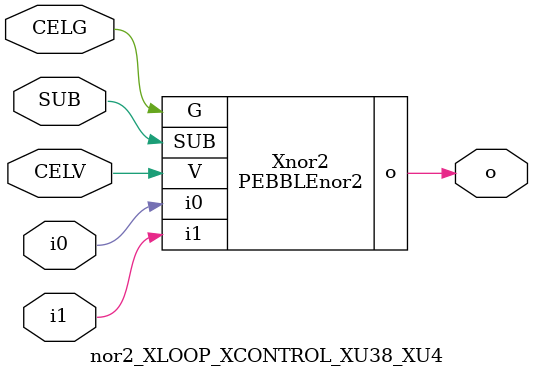
<source format=v>



module PEBBLEnor2 ( o, G, SUB, V, i0, i1 );

  input i0;
  input V;
  input i1;
  input G;
  output o;
  input SUB;
endmodule

//Celera Confidential Do Not Copy nor2_XLOOP_XCONTROL_XU38_XU4
//Celera Confidential Symbol Generator
//nor2
module nor2_XLOOP_XCONTROL_XU38_XU4 (CELV,CELG,i0,i1,o,SUB);
input CELV;
input CELG;
input i0;
input i1;
input SUB;
output o;

//Celera Confidential Do Not Copy nor2
PEBBLEnor2 Xnor2(
.V (CELV),
.i0 (i0),
.i1 (i1),
.o (o),
.SUB (SUB),
.G (CELG)
);
//,diesize,PEBBLEnor2

//Celera Confidential Do Not Copy Module End
//Celera Schematic Generator
endmodule

</source>
